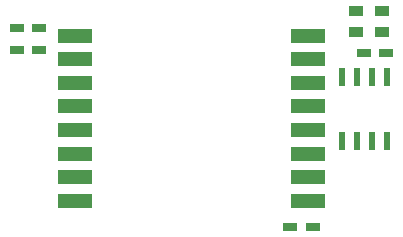
<source format=gbp>
G04 #@! TF.GenerationSoftware,KiCad,Pcbnew,5.1.2-f72e74a~84~ubuntu16.04.1*
G04 #@! TF.CreationDate,2019-05-31T10:16:47+03:00*
G04 #@! TF.ProjectId,serial_gw_ATSAMD21E,73657269-616c-45f6-9777-5f415453414d,rev?*
G04 #@! TF.SameCoordinates,Original*
G04 #@! TF.FileFunction,Paste,Bot*
G04 #@! TF.FilePolarity,Positive*
%FSLAX46Y46*%
G04 Gerber Fmt 4.6, Leading zero omitted, Abs format (unit mm)*
G04 Created by KiCad (PCBNEW 5.1.2-f72e74a~84~ubuntu16.04.1) date 2019-05-31 10:16:47*
%MOMM*%
%LPD*%
G04 APERTURE LIST*
%ADD10R,1.200000X0.750000*%
%ADD11R,3.000000X1.200000*%
%ADD12R,0.600000X1.550000*%
%ADD13R,1.200000X0.900000*%
G04 APERTURE END LIST*
D10*
X134300000Y-97400000D03*
X136200000Y-97400000D03*
D11*
X116100000Y-81200000D03*
X116100000Y-83200000D03*
X116100000Y-85200000D03*
X116100000Y-87200000D03*
X116100000Y-89200000D03*
X116100000Y-91200000D03*
X116100000Y-93200000D03*
X116100000Y-95200000D03*
X135800000Y-95200000D03*
X135800000Y-93200000D03*
X135800000Y-91200000D03*
X135800000Y-89200000D03*
X135800000Y-87200000D03*
X135800000Y-85200000D03*
X135800000Y-83200000D03*
X135800000Y-81200000D03*
D10*
X140550000Y-82700000D03*
X142450000Y-82700000D03*
D12*
X142505000Y-84700000D03*
X141235000Y-84700000D03*
X139965000Y-84700000D03*
X138695000Y-84700000D03*
X138695000Y-90100000D03*
X139965000Y-90100000D03*
X141235000Y-90100000D03*
X142505000Y-90100000D03*
D10*
X113050000Y-82400000D03*
X111150000Y-82400000D03*
X113050000Y-80600000D03*
X111150000Y-80600000D03*
D13*
X142100000Y-79100000D03*
X139900000Y-79100000D03*
X142100000Y-80900000D03*
X139900000Y-80900000D03*
M02*

</source>
